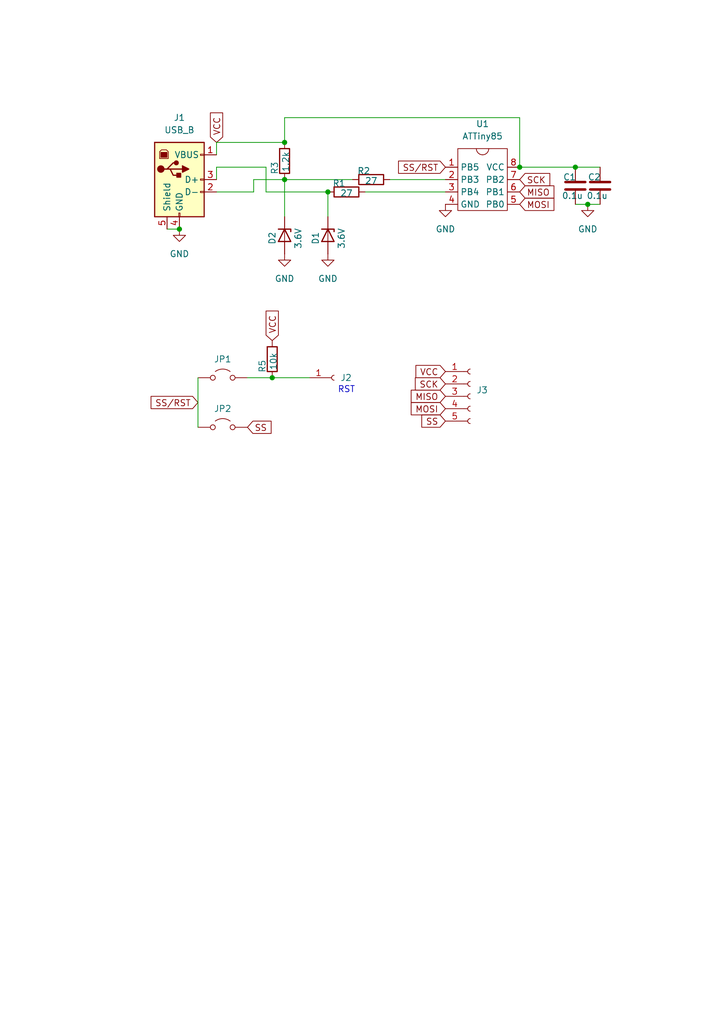
<source format=kicad_sch>
(kicad_sch (version 20250114) (generator "eeschema") (generator_version "9.0")
  (paper "A5" portrait)
  (lib_symbols
    (symbol "0Ore:ATTiny85"
      (property "Reference" "U" (at 0 0 0))
      (symbol "ATTiny85_0_1"
        (rectangle (start -5.08 13.97) (end 5.08 1.27))
        (arc (start 1.27 13.97) (mid 0.898 13.072) (end 0 12.7))
        (arc (start 0 12.7) (mid -0.898 13.072) (end -1.27 13.97))
      )
      (symbol "ATTiny85_1_1"
        (pin input line (at -7.62 10.16 0) (length 2.54) (name "PB5") (number "1"))
        (pin input line (at -7.62 7.62 0) (length 2.54) (name "PB3") (number "2"))
        (pin input line (at -7.62 5.08 0) (length 2.54) (name "PB4") (number "3"))
        (pin input line (at -7.62 2.54 0) (length 2.54) (name "GND") (number "4"))
        (pin input line (at 7.62 10.16 180) (length 2.54) (name "VCC") (number "8"))
        (pin input line (at 7.62 7.62 180) (length 2.54) (name "PB2") (number "7"))
        (pin input line (at 7.62 5.08 180) (length 2.54) (name "PB1") (number "6"))
        (pin input line (at 7.62 2.54 180) (length 2.54) (name "PB0") (number "5"))
      )
    )
    (symbol "Connector:Conn_01x01_Socket" (pin_names (offset 1.016) (hide yes))
      (property "Reference" "J" (at 0 2.54 0))
      (property "Value" "Conn_01x01_Socket" (at 0 -2.54 0))
      (symbol "Conn_01x01_Socket_1_1"
        (polyline (pts (xy -1.27 0) (xy -0.508 0)) (stroke (width 0.1524)))
        (arc (start 0 -0.508) (mid -0.5058 0) (end 0 0.508) (stroke (width 0.1524)))
        (pin passive line (at -5.08 0 0) (length 3.81) (name "Pin_1") (number "1"))
      )
    )
    (symbol "Connector:Conn_01x05_Socket" (pin_names (offset 1.016) (hide yes))
      (property "Reference" "J" (at 0 7.62 0))
      (property "Value" "Conn_01x05_Socket" (at 0 -7.62 0))
      (symbol "Conn_01x05_Socket_1_1"
        (polyline (pts (xy -1.27 5.08) (xy -0.508 5.08)) (stroke (width 0.1524)))
        (polyline (pts (xy -1.27 2.54) (xy -0.508 2.54)) (stroke (width 0.1524)))
        (polyline (pts (xy -1.27 0) (xy -0.508 0)) (stroke (width 0.1524)))
        (polyline (pts (xy -1.27 -2.54) (xy -0.508 -2.54)) (stroke (width 0.1524)))
        (polyline (pts (xy -1.27 -5.08) (xy -0.508 -5.08)) (stroke (width 0.1524)))
        (arc (start 0 4.572) (mid -0.5058 5.08) (end 0 5.588) (stroke (width 0.1524)))
        (arc (start 0 2.032) (mid -0.5058 2.54) (end 0 3.048) (stroke (width 0.1524)))
        (arc (start 0 -0.508) (mid -0.5058 0) (end 0 0.508) (stroke (width 0.1524)))
        (arc (start 0 -3.048) (mid -0.5058 -2.54) (end 0 -2.032) (stroke (width 0.1524)))
        (arc (start 0 -5.588) (mid -0.5058 -5.08) (end 0 -4.572) (stroke (width 0.1524)))
        (pin passive line (at -5.08 5.08 0) (length 3.81) (name "Pin_1") (number "1"))
        (pin passive line (at -5.08 2.54 0) (length 3.81) (name "Pin_2") (number "2"))
        (pin passive line (at -5.08 0 0) (length 3.81) (name "Pin_3") (number "3"))
        (pin passive line (at -5.08 -2.54 0) (length 3.81) (name "Pin_4") (number "4"))
        (pin passive line (at -5.08 -5.08 0) (length 3.81) (name "Pin_5") (number "5"))
      )
    )
    (symbol "Connector:USB_B" (pin_names (offset 1.016))
      (property "Reference" "J" (at -5.08 11.43 0))
      (property "Value" "USB_B" (at -5.08 8.89 0))
      (symbol "USB_B_0_1"
        (rectangle (start -5.08 -7.62) (end 5.08 7.62) (stroke (width 0.254)) (fill (type background)))
        (polyline (pts (xy -4.064 4.318) (xy -2.286 4.318) (xy -2.286 5.715) (xy -2.667 6.096) (xy -3.683 6.096) (xy -4.064 5.715) (xy -4.064 4.318)))
        (rectangle (start -3.81 5.588) (end -2.54 4.572) (fill (type outline)))
        (circle (center -3.81 2.159) (radius 0.635) (stroke (width 0.254)) (fill (type outline)))
        (polyline (pts (xy -3.175 2.159) (xy -2.54 2.159) (xy -1.27 3.429) (xy -0.635 3.429)) (stroke (width 0.254)))
        (polyline (pts (xy -2.54 2.159) (xy -1.905 2.159) (xy -1.27 0.889) (xy 0 0.889)) (stroke (width 0.254)))
        (polyline (pts (xy -1.905 2.159) (xy 0.635 2.159)) (stroke (width 0.254)))
        (circle (center -0.635 3.429) (radius 0.381) (stroke (width 0.254)) (fill (type outline)))
        (rectangle (start -0.127 -7.62) (end 0.127 -6.858))
        (rectangle (start 0.254 1.27) (end -0.508 0.508) (stroke (width 0.254)) (fill (type outline)))
        (polyline (pts (xy 0.635 2.794) (xy 0.635 1.524) (xy 1.905 2.159) (xy 0.635 2.794)) (stroke (width 0.254)) (fill (type outline)))
        (rectangle (start 5.08 4.953) (end 4.318 5.207))
        (rectangle (start 5.08 -0.127) (end 4.318 0.127))
        (rectangle (start 5.08 -2.667) (end 4.318 -2.413))
      )
      (symbol "USB_B_1_1"
        (pin passive line (at -2.54 -10.16 90) (length 2.54) (name "Shield") (number "5"))
        (pin power_out line (at 0 -10.16 90) (length 2.54) (name "GND") (number "4"))
        (pin power_out line (at 7.62 5.08 180) (length 2.54) (name "VBUS") (number "1"))
        (pin bidirectional line (at 7.62 0 180) (length 2.54) (name "D+") (number "3"))
        (pin bidirectional line (at 7.62 -2.54 180) (length 2.54) (name "D-") (number "2"))
      )
    )
    (symbol "Device:C" (pin_numbers (hide yes)) (pin_names (offset 0.254))
      (property "Reference" "C" (at 0.635 2.54 0))
      (property "Value" "C" (at 0.635 -2.54 0))
      (symbol "C_0_1"
        (polyline (pts (xy -2.032 0.762) (xy 2.032 0.762)) (stroke (width 0.508)))
        (polyline (pts (xy -2.032 -0.762) (xy 2.032 -0.762)) (stroke (width 0.508)))
      )
      (symbol "C_1_1"
        (pin passive line (at 0 3.81 270) (length 2.794) (name "~") (number "1"))
        (pin passive line (at 0 -3.81 90) (length 2.794) (name "~") (number "2"))
      )
    )
    (symbol "Device:R" (pin_numbers (hide yes)) (pin_names (offset 0))
      (property "Reference" "R" (at 2.032 0 90))
      (property "Value" "R" (at 0 0 90))
      (symbol "R_0_1"
        (rectangle (start -1.016 -2.54) (end 1.016 2.54) (stroke (width 0.254)))
      )
      (symbol "R_1_1"
        (pin passive line (at 0 3.81 270) (length 1.27) (name "~") (number "1"))
        (pin passive line (at 0 -3.81 90) (length 1.27) (name "~") (number "2"))
      )
    )
    (symbol "Diode:BZV55C3V6" (pin_numbers (hide yes)) (pin_names (hide yes))
      (property "Reference" "D" (at 0 2.54 0))
      (property "Value" "BZV55C3V6" (at 0 -2.54 0))
      (symbol "BZV55C3V6_0_1"
        (polyline (pts (xy -1.27 -1.27) (xy -1.27 1.27) (xy -0.762 1.27)) (stroke (width 0.254)))
        (polyline (pts (xy 1.27 0) (xy -1.27 0)))
        (polyline (pts (xy 1.27 -1.27) (xy 1.27 1.27) (xy -1.27 0) (xy 1.27 -1.27)) (stroke (width 0.254)))
      )
      (symbol "BZV55C3V6_1_1"
        (pin passive line (at -3.81 0 0) (length 2.54) (name "K") (number "1"))
        (pin passive line (at 3.81 0 180) (length 2.54) (name "A") (number "2"))
      )
    )
    (symbol "Jumper:Jumper_2_Open" (pin_numbers (hide yes)) (pin_names (offset 0) (hide yes))
      (property "Reference" "JP" (at 0 2.794 0))
      (property "Value" "Jumper_2_Open" (at 0 -2.286 0))
      (symbol "Jumper_2_Open_0_0"
        (circle (center -2.032 0) (radius 0.508))
        (circle (center 2.032 0) (radius 0.508))
      )
      (symbol "Jumper_2_Open_0_1"
        (arc (start -1.524 1.27) (mid 0 1.778) (end 1.524 1.27))
      )
      (symbol "Jumper_2_Open_1_1"
        (pin passive line (at -5.08 0 0) (length 2.54) (name "A") (number "1"))
        (pin passive line (at 5.08 0 180) (length 2.54) (name "B") (number "2"))
      )
    )
    (symbol "power:GND" (power) (pin_numbers (hide yes)) (pin_names (offset 0) (hide yes))
      (property "Value" "GND" (at 0 -3.81 0))
      (symbol "GND_0_1"
        (polyline (pts (xy 0 0) (xy 0 -1.27) (xy 1.27 -1.27) (xy 0 -2.54) (xy -1.27 -1.27) (xy 0 -1.27)))
      )
      (symbol "GND_1_1"
        (pin power_in line (at 0 0 270) (length 0) (name "~") (number "1"))
      )
    )
  )
  (text "RST" (at 71.12 80.01 0) (effects (font (size 1.27 1.27))))
  (junction (at 120.65 41.91))
  (junction (at 58.42 36.83))
  (junction (at 36.83 46.99))
  (junction (at 106.68 34.29))
  (junction (at 118.11 34.29))
  (junction (at 67.31 39.37))
  (junction (at 55.88 77.47))
  (junction (at 58.42 29.21))
  (wire (pts (xy 106.68 34.29) (xy 106.68 24.13)))
  (wire (pts (xy 52.07 36.83) (xy 58.42 36.83)))
  (wire (pts (xy 44.45 29.21) (xy 44.45 31.75)))
  (wire (pts (xy 58.42 24.13) (xy 58.42 29.21)))
  (wire (pts (xy 120.65 41.91) (xy 123.19 41.91)))
  (wire (pts (xy 54.61 34.29) (xy 44.45 34.29)))
  (wire (pts (xy 44.45 34.29) (xy 44.45 36.83)))
  (wire (pts (xy 106.68 24.13) (xy 58.42 24.13)))
  (wire (pts (xy 118.11 41.91) (xy 120.65 41.91)))
  (wire (pts (xy 40.64 77.47) (xy 40.64 87.63)))
  (wire (pts (xy 58.42 36.83) (xy 72.39 36.83)))
  (wire (pts (xy 58.42 44.45) (xy 58.42 36.83)))
  (wire (pts (xy 52.07 39.37) (xy 52.07 36.83)))
  (wire (pts (xy 34.29 46.99) (xy 36.83 46.99)))
  (wire (pts (xy 50.8 77.47) (xy 55.88 77.47)))
  (wire (pts (xy 80.01 36.83) (xy 91.44 36.83)))
  (wire (pts (xy 58.42 29.21) (xy 44.45 29.21)))
  (wire (pts (xy 55.88 77.47) (xy 63.5 77.47)))
  (wire (pts (xy 106.68 34.29) (xy 118.11 34.29)))
  (wire (pts (xy 67.31 39.37) (xy 54.61 39.37)))
  (wire (pts (xy 44.45 39.37) (xy 52.07 39.37)))
  (wire (pts (xy 74.93 39.37) (xy 91.44 39.37)))
  (wire (pts (xy 118.11 34.29) (xy 123.19 34.29)))
  (wire (pts (xy 67.31 44.45) (xy 67.31 39.37)))
  (wire (pts (xy 54.61 39.37) (xy 54.61 34.29)))
  (global_label "VCC" (shape input) (at 91.44 76.2 180) (property "Intersheetrefs" "${INTERSHEET_REFS}" (effects (hide yes))))
  (global_label "SS" (shape input) (at 91.44 86.36 180) (property "Intersheetrefs" "${INTERSHEET_REFS}" (effects (hide yes))))
  (global_label "SCK" (shape input) (at 106.68 36.83 0) (property "Intersheetrefs" "${INTERSHEET_REFS}" (effects (hide yes))))
  (global_label "VCC" (shape input) (at 44.45 29.21 90) (property "Intersheetrefs" "${INTERSHEET_REFS}" (effects (hide yes))))
  (global_label "MOSI" (shape input) (at 106.68 41.91 0) (property "Intersheetrefs" "${INTERSHEET_REFS}" (effects (hide yes))))
  (global_label "SS{slash}RST" (shape input) (at 40.64 82.55 180) (property "Intersheetrefs" "${INTERSHEET_REFS}" (effects (hide yes))))
  (global_label "VCC" (shape input) (at 55.88 69.85 90) (property "Intersheetrefs" "${INTERSHEET_REFS}" (effects (hide yes))))
  (global_label "SS" (shape input) (at 50.8 87.63 0) (property "Intersheetrefs" "${INTERSHEET_REFS}" (effects (hide yes))))
  (global_label "SCK" (shape input) (at 91.44 78.74 180) (property "Intersheetrefs" "${INTERSHEET_REFS}" (effects (hide yes))))
  (global_label "SS{slash}RST" (shape input) (at 91.44 34.29 180) (property "Intersheetrefs" "${INTERSHEET_REFS}" (effects (hide yes))))
  (global_label "MOSI" (shape input) (at 91.44 83.82 180) (property "Intersheetrefs" "${INTERSHEET_REFS}" (effects (hide yes))))
  (global_label "MISO" (shape input) (at 91.44 81.28 180) (property "Intersheetrefs" "${INTERSHEET_REFS}" (effects (hide yes))))
  (global_label "MISO" (shape input) (at 106.68 39.37 0) (property "Intersheetrefs" "${INTERSHEET_REFS}" (effects (hide yes))))
  (symbol (lib_id "Device:C") (at 123.19 38.1 0) (unit 1)
    (property "Reference" "C2" (at 120.65 36.322 0) (effects (justify left)))
    (property "Value" "0.1u" (at 120.396 40.132 0) (effects (justify left)))
    (property "Description" "Unpolarized capacitor" (effects (hide yes)))
  )
  (symbol (lib_id "power:GND") (at 67.31 52.07 0) (unit 1)
    (property "Reference" "#PWR03" (effects (hide yes)))
    (property "Value" "GND" (at 67.31 57.15 0))
    (property "Description" "Power symbol creates a global label with name \"GND\" , ground" (effects (hide yes)))
  )
  (symbol (lib_id "Diode:BZV55C3V6") (at 58.42 48.26 270) (unit 1)
    (property "Reference" "D2" (at 55.88 47.498 0) (effects (justify left)))
    (property "Value" "3.6V" (at 61.214 46.736 0) (effects (justify left)))
    (property "Footprint" "Diode_SMD:D_MiniMELF" (effects (hide yes)))
    (property "Datasheet" "https://assets.nexperia.com/documents/data-sheet/BZV55_SER.pdf" (effects (hide yes)))
    (property "Description" "3.6V, 500mW, 5%, Zener diode, MiniMELF" (effects (hide yes)))
  )
  (symbol (lib_id "Device:R") (at 55.88 73.66 0) (unit 1)
    (property "Reference" "R5" (at 53.848 76.454 90) (effects (justify left)))
    (property "Value" "10k" (at 56.134 75.946 90) (effects (justify left)))
    (property "Description" "Resistor" (effects (hide yes)))
  )
  (symbol (lib_id "0Ore:ATTiny85") (at 99.06 44.45 0) (unit 1)
    (property "Reference" "U1" (at 99.06 25.4 0))
    (property "Value" "ATTiny85" (at 99.06 27.94 0))
  )
  (symbol (lib_id "Connector:Conn_01x01_Socket") (at 68.58 77.47 0) (unit 1)
    (property "Reference" "J2" (at 69.85 77.4699 0) (effects (justify left)))
    (property "Value" "Conn_01x01_Socket" (effects (hide yes)))
    (property "Description" "Generic connector, single row, 01x01, script generated" (effects (hide yes)))
  )
  (symbol (lib_id "power:GND") (at 91.44 41.91 0) (unit 1)
    (property "Reference" "#PWR04" (effects (hide yes)))
    (property "Value" "GND" (at 91.44 46.99 0))
    (property "Description" "Power symbol creates a global label with name \"GND\" , ground" (effects (hide yes)))
  )
  (symbol (lib_id "power:GND") (at 36.83 46.99 0) (unit 1)
    (property "Reference" "#PWR01" (effects (hide yes)))
    (property "Value" "GND" (at 36.83 52.07 0))
    (property "Description" "Power symbol creates a global label with name \"GND\" , ground" (effects (hide yes)))
  )
  (symbol (lib_id "Jumper:Jumper_2_Open") (at 45.72 77.47 0) (unit 1)
    (property "Reference" "JP1" (at 45.72 73.66 0))
    (property "Value" "Jumper_2_Open" (effects (hide yes)))
    (property "Description" "Jumper, 2-pole, open" (effects (hide yes)))
  )
  (symbol (lib_id "Device:R") (at 76.2 36.83 90) (unit 1)
    (property "Reference" "R2" (at 74.676 35.052 90))
    (property "Value" "27" (at 76.2 37.084 90))
    (property "Description" "Resistor" (effects (hide yes)))
  )
  (symbol (lib_id "Connector:USB_B") (at 36.83 36.83 0) (unit 1)
    (property "Reference" "J1" (at 36.83 24.13 0))
    (property "Value" "USB_B" (at 36.83 26.67 0))
    (property "Description" "USB Type B connector" (effects (hide yes)))
  )
  (symbol (lib_id "Diode:BZV55C3V6") (at 67.31 48.26 270) (unit 1)
    (property "Reference" "D1" (at 64.77 47.498 0) (effects (justify left)))
    (property "Value" "3.6V" (at 70.104 46.736 0) (effects (justify left)))
    (property "Footprint" "Diode_SMD:D_MiniMELF" (effects (hide yes)))
    (property "Datasheet" "https://assets.nexperia.com/documents/data-sheet/BZV55_SER.pdf" (effects (hide yes)))
    (property "Description" "3.6V, 500mW, 5%, Zener diode, MiniMELF" (effects (hide yes)))
  )
  (symbol (lib_id "Jumper:Jumper_2_Open") (at 45.72 87.63 0) (unit 1)
    (property "Reference" "JP2" (at 45.72 83.82 0))
    (property "Value" "Jumper_2_Open" (effects (hide yes)))
    (property "Description" "Jumper, 2-pole, open" (effects (hide yes)))
  )
  (symbol (lib_id "Device:C") (at 118.11 38.1 0) (unit 1)
    (property "Reference" "C1" (at 115.57 36.322 0) (effects (justify left)))
    (property "Value" "0.1u" (at 115.316 40.132 0) (effects (justify left)))
    (property "Description" "Unpolarized capacitor" (effects (hide yes)))
  )
  (symbol (lib_id "Device:R") (at 58.42 33.02 0) (unit 1)
    (property "Reference" "R3" (at 56.388 35.814 90) (effects (justify left)))
    (property "Value" "1.2k" (at 58.674 35.306 90) (effects (justify left)))
    (property "Description" "Resistor" (effects (hide yes)))
  )
  (symbol (lib_id "Device:R") (at 71.12 39.37 90) (unit 1)
    (property "Reference" "R1" (at 69.596 37.592 90))
    (property "Value" "27" (at 71.12 39.624 90))
    (property "Description" "Resistor" (effects (hide yes)))
  )
  (symbol (lib_id "power:GND") (at 120.65 41.91 0) (unit 1)
    (property "Reference" "#PWR05" (effects (hide yes)))
    (property "Value" "GND" (at 120.65 46.99 0))
    (property "Description" "Power symbol creates a global label with name \"GND\" , ground" (effects (hide yes)))
  )
  (symbol (lib_id "Connector:Conn_01x05_Socket") (at 96.52 81.28 0) (unit 1)
    (property "Reference" "J3" (at 97.79 80.0099 0) (effects (justify left)))
    (property "Value" "Conn_01x05_Socket" (effects (hide yes)))
    (property "Description" "Generic connector, single row, 01x05, script generated" (effects (hide yes)))
  )
  (symbol (lib_id "power:GND") (at 58.42 52.07 0) (unit 1)
    (property "Reference" "#PWR02" (effects (hide yes)))
    (property "Value" "GND" (at 58.42 57.15 0))
    (property "Description" "Power symbol creates a global label with name \"GND\" , ground" (effects (hide yes)))
  )
)
</source>
